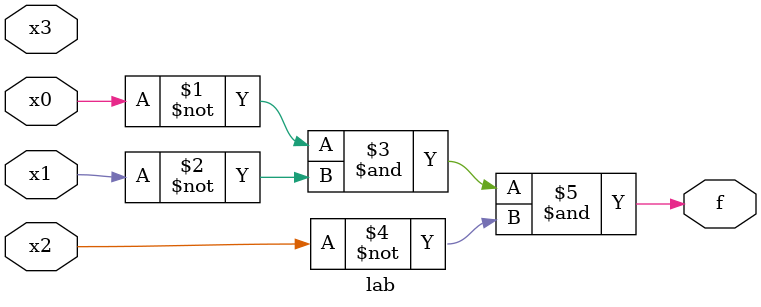
<source format=v>

module lab(x0, x1, x2, x3, f);
	input x0, x1, x2, x3;
	output f;

	assign f = ~x0 & ~x1 & ~x2;
endmodule

</source>
